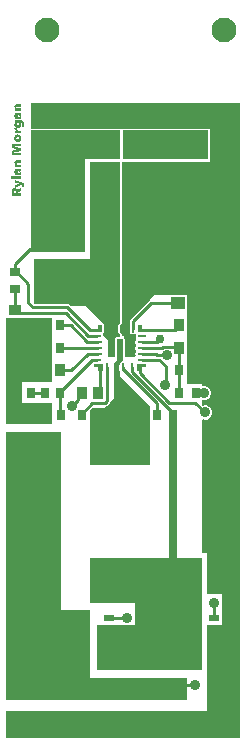
<source format=gbr>
%TF.GenerationSoftware,Altium Limited,Altium Designer,24.8.2 (39)*%
G04 Layer_Physical_Order=1*
G04 Layer_Color=255*
%FSLAX45Y45*%
%MOMM*%
%TF.SameCoordinates,E8BDA5DE-7BDE-4699-8ED0-D138E9546F0F*%
%TF.FilePolarity,Positive*%
%TF.FileFunction,Copper,L1,Top,Signal*%
%TF.Part,Single*%
G01*
G75*
%TA.AperFunction,SMDPad,CuDef*%
%ADD10C,0.25875*%
%ADD11C,0.28969*%
%ADD12C,0.33231*%
%ADD13C,0.30637*%
G04:AMPARAMS|DCode=14|XSize=0.375mm|YSize=1.425mm|CornerRadius=0.05062mm|HoleSize=0mm|Usage=FLASHONLY|Rotation=180.000|XOffset=0mm|YOffset=0mm|HoleType=Round|Shape=RoundedRectangle|*
%AMROUNDEDRECTD14*
21,1,0.37500,1.32375,0,0,180.0*
21,1,0.27375,1.42500,0,0,180.0*
1,1,0.10125,-0.13688,0.66188*
1,1,0.10125,0.13688,0.66188*
1,1,0.10125,0.13688,-0.66188*
1,1,0.10125,-0.13688,-0.66188*
%
%ADD14ROUNDEDRECTD14*%
G04:AMPARAMS|DCode=15|XSize=0.25mm|YSize=0.6mm|CornerRadius=0.05mm|HoleSize=0mm|Usage=FLASHONLY|Rotation=180.000|XOffset=0mm|YOffset=0mm|HoleType=Round|Shape=RoundedRectangle|*
%AMROUNDEDRECTD15*
21,1,0.25000,0.50000,0,0,180.0*
21,1,0.15000,0.60000,0,0,180.0*
1,1,0.10000,-0.07500,0.25000*
1,1,0.10000,0.07500,0.25000*
1,1,0.10000,0.07500,-0.25000*
1,1,0.10000,-0.07500,-0.25000*
%
%ADD15ROUNDEDRECTD15*%
G04:AMPARAMS|DCode=16|XSize=0.25mm|YSize=0.675mm|CornerRadius=0.05mm|HoleSize=0mm|Usage=FLASHONLY|Rotation=180.000|XOffset=0mm|YOffset=0mm|HoleType=Round|Shape=RoundedRectangle|*
%AMROUNDEDRECTD16*
21,1,0.25000,0.57500,0,0,180.0*
21,1,0.15000,0.67500,0,0,180.0*
1,1,0.10000,-0.07500,0.28750*
1,1,0.10000,0.07500,0.28750*
1,1,0.10000,0.07500,-0.28750*
1,1,0.10000,-0.07500,-0.28750*
%
%ADD16ROUNDEDRECTD16*%
G04:AMPARAMS|DCode=17|XSize=0.25mm|YSize=0.625mm|CornerRadius=0.05mm|HoleSize=0mm|Usage=FLASHONLY|Rotation=180.000|XOffset=0mm|YOffset=0mm|HoleType=Round|Shape=RoundedRectangle|*
%AMROUNDEDRECTD17*
21,1,0.25000,0.52500,0,0,180.0*
21,1,0.15000,0.62500,0,0,180.0*
1,1,0.10000,-0.07500,0.26250*
1,1,0.10000,0.07500,0.26250*
1,1,0.10000,0.07500,-0.26250*
1,1,0.10000,-0.07500,-0.26250*
%
%ADD17ROUNDEDRECTD17*%
G04:AMPARAMS|DCode=18|XSize=0.725mm|YSize=0.25mm|CornerRadius=0.05mm|HoleSize=0mm|Usage=FLASHONLY|Rotation=180.000|XOffset=0mm|YOffset=0mm|HoleType=Round|Shape=RoundedRectangle|*
%AMROUNDEDRECTD18*
21,1,0.72500,0.15000,0,0,180.0*
21,1,0.62500,0.25000,0,0,180.0*
1,1,0.10000,-0.31250,0.07500*
1,1,0.10000,0.31250,0.07500*
1,1,0.10000,0.31250,-0.07500*
1,1,0.10000,-0.31250,-0.07500*
%
%ADD18ROUNDEDRECTD18*%
G04:AMPARAMS|DCode=19|XSize=0.6mm|YSize=0.25mm|CornerRadius=0.05mm|HoleSize=0mm|Usage=FLASHONLY|Rotation=180.000|XOffset=0mm|YOffset=0mm|HoleType=Round|Shape=RoundedRectangle|*
%AMROUNDEDRECTD19*
21,1,0.60000,0.15000,0,0,180.0*
21,1,0.50000,0.25000,0,0,180.0*
1,1,0.10000,-0.25000,0.07500*
1,1,0.10000,0.25000,0.07500*
1,1,0.10000,0.25000,-0.07500*
1,1,0.10000,-0.25000,-0.07500*
%
%ADD19ROUNDEDRECTD19*%
%ADD20R,0.80000X0.95000*%
%TA.AperFunction,ConnectorPad*%
%ADD21R,1.05000X0.90000*%
%TA.AperFunction,SMDPad,SMDef*%
%ADD22R,4.55000X4.41000*%
%TA.AperFunction,SMDPad,CuDef*%
%ADD23R,0.85000X0.50000*%
%ADD24R,1.10000X2.05000*%
%ADD25R,1.15000X1.05000*%
%ADD26R,0.95000X1.05000*%
%ADD27R,2.05000X1.10000*%
%ADD28R,0.66040X0.96520*%
%ADD29R,0.96520X0.66040*%
%ADD30R,0.90000X1.00000*%
%ADD31R,0.70000X0.85000*%
%ADD32R,0.90000X1.05000*%
%ADD33R,4.00000X3.10000*%
%ADD34R,4.95300X3.22600*%
%ADD35C,0.76200*%
%TA.AperFunction,Conductor*%
%ADD36C,0.25400*%
%ADD37C,0.63500*%
%TA.AperFunction,ComponentPad*%
%ADD38C,1.56000*%
%ADD39C,2.10000*%
%TA.AperFunction,ViaPad*%
%ADD40C,1.52400*%
%ADD41C,0.63500*%
%ADD42C,0.88900*%
G36*
X3352800Y8140700D02*
X2628900D01*
Y8382000D01*
X3352800D01*
Y8140700D01*
D02*
G37*
G36*
X2603500D02*
X2311400D01*
Y8115300D01*
Y7353300D01*
X1854200D01*
Y8115300D01*
Y8382000D01*
X2603500D01*
Y8140700D01*
D02*
G37*
G36*
X2783500Y6735400D02*
X2784494D01*
X2786332Y6734639D01*
X2787739Y6733232D01*
X2788500Y6731394D01*
Y6730400D01*
X2788500Y6730400D01*
Y6700400D01*
X2818500Y6700400D01*
X2819494D01*
X2821332Y6699639D01*
X2822739Y6698232D01*
X2823500Y6696394D01*
Y6695400D01*
X2823500Y6695400D01*
X2823500Y6682900D01*
X2823500Y6681905D01*
X2822739Y6680068D01*
X2821332Y6678661D01*
X2819494Y6677900D01*
X2818500Y6677900D01*
X2758500D01*
X2757505Y6677900D01*
X2755668Y6678661D01*
X2754261Y6680068D01*
X2753500Y6681905D01*
X2753500Y6682900D01*
Y6682900D01*
Y6730400D01*
X2753500Y6731394D01*
X2754261Y6733232D01*
X2755668Y6734639D01*
X2757505Y6735400D01*
X2758500Y6735400D01*
Y6735400D01*
X2783500Y6735400D01*
D02*
G37*
G36*
X2451332Y6734639D02*
X2452739Y6733232D01*
X2453500Y6731394D01*
X2453500Y6730400D01*
X2453500Y6682900D01*
X2453500D01*
X2453500Y6681905D01*
X2452739Y6680067D01*
X2451332Y6678661D01*
X2449494Y6677900D01*
X2448500Y6677900D01*
X2388500Y6677900D01*
Y6677900D01*
X2387505D01*
X2385668Y6678661D01*
X2384261Y6680068D01*
X2383500Y6681905D01*
X2383500Y6682900D01*
X2383500Y6695400D01*
X2383500Y6695400D01*
Y6696394D01*
X2384261Y6698232D01*
X2385668Y6699639D01*
X2387506Y6700400D01*
X2388500D01*
X2418500Y6700400D01*
Y6730400D01*
Y6731394D01*
X2419261Y6733232D01*
X2420668Y6734639D01*
X2422505Y6735400D01*
X2423500D01*
X2448500Y6735400D01*
X2448500Y6735400D01*
X2449494Y6735400D01*
X2451332Y6734639D01*
D02*
G37*
G36*
X2603500Y6750142D02*
X2600603Y6749566D01*
X2593908Y6745092D01*
X2589434Y6738397D01*
X2587864Y6730500D01*
Y6678000D01*
X2589434Y6670103D01*
X2593908Y6663408D01*
X2600603Y6658934D01*
X2603500Y6658358D01*
Y6633196D01*
X2578100D01*
X2566436Y6628364D01*
X2561604Y6616700D01*
Y6477000D01*
Y6464300D01*
X2501900D01*
Y6604000D01*
X2463800Y6642100D01*
Y6667800D01*
X2464402Y6668402D01*
X2465165Y6670243D01*
X2465167Y6670244D01*
X2465661Y6671437D01*
X2467979Y6673755D01*
X2468740Y6675593D01*
X2468740Y6678873D01*
X2469235Y6680066D01*
X2469234Y6680068D01*
X2469996Y6681910D01*
X2469996Y6682900D01*
X2469996Y6682900D01*
X2469996Y6730395D01*
X2469996Y6731390D01*
X2469234Y6733231D01*
X2469235Y6733232D01*
X2468740Y6734426D01*
Y6737707D01*
X2467979Y6739545D01*
X2465661Y6741863D01*
X2465167Y6743056D01*
X2465165Y6743057D01*
X2464403Y6744896D01*
X2462996Y6746303D01*
X2461157Y6747065D01*
X2461156Y6747067D01*
X2459963Y6747561D01*
X2457645Y6749879D01*
X2457604Y6749896D01*
X2311400Y6896100D01*
X2186587D01*
X2179144Y6903544D01*
X2169902Y6909719D01*
X2159000Y6911888D01*
X2158999Y6911887D01*
X1879600D01*
Y7289800D01*
X2349500D01*
Y8115300D01*
X2603500D01*
Y6750142D01*
D02*
G37*
G36*
X2458833Y6402239D02*
X2460239Y6400832D01*
X2461000Y6398995D01*
X2461000Y6398000D01*
X2461000Y6350500D01*
X2461000Y6350500D01*
Y6349505D01*
X2460238Y6347668D01*
X2458832Y6346261D01*
X2456994Y6345500D01*
X2456000D01*
X2426000Y6345500D01*
Y6345500D01*
X2425006D01*
X2423168Y6346261D01*
X2421761Y6347668D01*
X2421000Y6349505D01*
Y6350500D01*
X2421000Y6380500D01*
X2387506D01*
X2385668Y6381261D01*
X2384261Y6382668D01*
X2383500Y6384505D01*
Y6385500D01*
X2383500Y6398000D01*
X2383500D01*
X2383500Y6398994D01*
X2384261Y6400832D01*
X2385668Y6402239D01*
X2387505Y6403000D01*
X2388500Y6403000D01*
X2456000Y6403000D01*
Y6403000D01*
X2456995Y6403000D01*
X2458833Y6402239D01*
D02*
G37*
G36*
X2821332D02*
X2822739Y6400832D01*
X2823500Y6398995D01*
X2823500Y6398000D01*
X2823500D01*
X2823500Y6385500D01*
Y6384505D01*
X2822739Y6382668D01*
X2821332Y6381261D01*
X2819494Y6380500D01*
X2786000D01*
X2786000Y6350500D01*
Y6349505D01*
X2785239Y6347668D01*
X2783832Y6346261D01*
X2781994Y6345500D01*
X2781000D01*
X2781000Y6345500D01*
X2751000D01*
X2750005Y6345500D01*
X2748167Y6346261D01*
X2746761Y6347668D01*
X2746000Y6349505D01*
X2746000Y6350500D01*
X2746000Y6350500D01*
Y6398000D01*
X2746000Y6398994D01*
X2746761Y6400832D01*
X2748168Y6402239D01*
X2750005Y6403000D01*
X2751000Y6403000D01*
X2751000Y6403000D01*
X2818500D01*
X2819494Y6403000D01*
X2821332Y6402239D01*
D02*
G37*
G36*
X3619500Y8115300D02*
Y5016500D01*
Y4191000D01*
Y3238500D01*
X1638300D01*
Y3467100D01*
X3340100D01*
Y4191000D01*
X3467100D01*
Y4457700D01*
X3340100D01*
Y4800600D01*
X3302000D01*
Y5016500D01*
Y5928883D01*
X3312560Y5935939D01*
X3315527Y5934710D01*
X3339273D01*
X3361212Y5943797D01*
X3378003Y5960588D01*
X3387090Y5982527D01*
Y6006273D01*
X3378003Y6028212D01*
X3361212Y6045003D01*
X3339273Y6054090D01*
X3315527D01*
X3311530Y6052434D01*
X3302000Y6060275D01*
Y6099257D01*
X3302827Y6099810D01*
X3326573D01*
X3348512Y6108897D01*
X3365303Y6125688D01*
X3374390Y6147627D01*
Y6171373D01*
X3365303Y6193312D01*
X3348512Y6210103D01*
X3326573Y6219190D01*
X3302827D01*
X3302000Y6219743D01*
Y6235700D01*
X3175000D01*
Y6985000D01*
X3165240D01*
Y6989240D01*
X3019760D01*
Y6985000D01*
X2895600D01*
X2856648Y6946048D01*
X2850056Y6941644D01*
X2850056Y6941643D01*
X2696056Y6787644D01*
X2689881Y6778401D01*
X2687712Y6767500D01*
X2687712Y6767499D01*
Y6705256D01*
X2687512Y6704250D01*
X2687864Y6702484D01*
Y6678000D01*
X2689434Y6670103D01*
X2692400Y6665664D01*
Y6654800D01*
X2743200D01*
Y6613790D01*
X2741408Y6612592D01*
X2736934Y6605897D01*
X2735364Y6598000D01*
Y6583000D01*
X2736934Y6575103D01*
X2737286Y6574577D01*
X2740408Y6565500D01*
X2737286Y6556423D01*
X2736934Y6555897D01*
X2735364Y6548000D01*
Y6533000D01*
X2736934Y6525103D01*
X2737286Y6524577D01*
X2740408Y6515500D01*
X2737286Y6506423D01*
X2736934Y6505897D01*
X2735364Y6498000D01*
Y6483000D01*
X2736557Y6477000D01*
X2734124Y6471334D01*
X2728878Y6464300D01*
X2645396D01*
Y6616700D01*
X2641600Y6625864D01*
Y6642100D01*
X2619996D01*
Y6658358D01*
X2618154Y6662805D01*
X2617215Y6667523D01*
X2615811Y6668462D01*
X2615164Y6670022D01*
X2610718Y6671864D01*
X2609950Y6672378D01*
X2609767Y6672650D01*
X2605801Y6675301D01*
X2604973Y6676539D01*
X2604360Y6679624D01*
Y6728876D01*
X2604973Y6731961D01*
X2605801Y6733199D01*
X2609767Y6735850D01*
X2609949Y6736122D01*
X2610719Y6736636D01*
X2615164Y6738478D01*
X2615811Y6740038D01*
X2617215Y6740977D01*
X2618154Y6745696D01*
X2619996Y6750142D01*
Y8115300D01*
X3365500D01*
Y8131536D01*
X3369296Y8140700D01*
Y8382000D01*
X3365500Y8391164D01*
Y8394700D01*
X3361964D01*
X3352800Y8398496D01*
X2628900D01*
X2619736Y8394700D01*
X2612664D01*
X2603500Y8398496D01*
X1854200D01*
Y8610600D01*
X3619500D01*
Y8115300D01*
D02*
G37*
G36*
X2032000Y6248400D02*
X1778000D01*
Y6070600D01*
X2032000D01*
Y5892800D01*
X1638300D01*
Y6794500D01*
X2032000D01*
Y6248400D01*
D02*
G37*
G36*
X2628900Y6438900D02*
X2603500Y6413500D01*
Y6410741D01*
X2601934Y6408397D01*
X2600364Y6400500D01*
Y6377265D01*
X2600013Y6375500D01*
Y6358401D01*
X2600012Y6358400D01*
X2600364Y6356634D01*
Y6350500D01*
X2601934Y6342603D01*
X2603500Y6340259D01*
Y6299200D01*
X2857500Y6045200D01*
Y5549900D01*
X2349500D01*
Y6013803D01*
X2368197Y6032500D01*
X2476500D01*
X2490052Y6046052D01*
X2496644Y6050456D01*
X2518643Y6072456D01*
X2518644Y6072456D01*
X2523048Y6079048D01*
X2552700Y6108700D01*
Y6413500D01*
X2578100Y6438900D01*
Y6477000D01*
Y6616700D01*
X2628900D01*
Y6438900D01*
D02*
G37*
G36*
X3302000Y3810000D02*
X2413000D01*
Y4191000D01*
X2730500D01*
Y4381500D01*
X2349500D01*
X2349500Y4762500D01*
X3302000D01*
Y3810000D01*
D02*
G37*
G36*
X2108200Y4318000D02*
X2349500D01*
Y3746500D01*
X3175000D01*
Y3556000D01*
X1638300D01*
Y5829300D01*
X2108200D01*
Y4318000D01*
D02*
G37*
G36*
X1768782Y8581742D02*
X1737684D01*
X1737613D01*
X1737473D01*
X1737191D01*
X1736839D01*
X1736347Y8581671D01*
X1735854D01*
X1734729Y8581530D01*
X1733462Y8581319D01*
X1732196Y8581038D01*
X1731000Y8580686D01*
X1730507Y8580405D01*
X1730015Y8580123D01*
X1729944Y8580053D01*
X1729663Y8579842D01*
X1729311Y8579420D01*
X1728818Y8578857D01*
X1728396Y8578153D01*
X1728045Y8577309D01*
X1727763Y8576254D01*
X1727693Y8574987D01*
Y8574846D01*
X1727763Y8574495D01*
X1727833Y8573932D01*
X1727974Y8573228D01*
X1728326Y8572454D01*
X1728748Y8571680D01*
X1729311Y8570906D01*
X1730155Y8570203D01*
X1730296Y8570132D01*
X1730577Y8569921D01*
X1731140Y8569640D01*
X1731844Y8569359D01*
X1732688Y8569077D01*
X1733744Y8568796D01*
X1734940Y8568585D01*
X1736276Y8568514D01*
X1768782D01*
Y8544733D01*
X1711651D01*
Y8568514D01*
X1720587D01*
Y8568725D01*
X1720516D01*
X1720376Y8568866D01*
X1720094Y8569007D01*
X1719813Y8569218D01*
X1719391Y8569499D01*
X1718898Y8569851D01*
X1717843Y8570766D01*
X1716576Y8571821D01*
X1715310Y8573088D01*
X1714114Y8574635D01*
X1712988Y8576324D01*
Y8576394D01*
X1712847Y8576535D01*
X1712707Y8576816D01*
X1712566Y8577168D01*
X1712355Y8577590D01*
X1712144Y8578153D01*
X1711862Y8578716D01*
X1711581Y8579420D01*
X1711088Y8580968D01*
X1710666Y8582727D01*
X1710385Y8584697D01*
X1710244Y8586737D01*
Y8587229D01*
X1710314Y8587581D01*
Y8588003D01*
X1710385Y8588496D01*
X1710596Y8589692D01*
X1710948Y8591099D01*
X1711510Y8592717D01*
X1712214Y8594406D01*
X1713199Y8596165D01*
X1713762Y8597009D01*
X1714465Y8597854D01*
X1715239Y8598768D01*
X1716013Y8599612D01*
X1716928Y8600386D01*
X1717913Y8601160D01*
X1719039Y8601934D01*
X1720235Y8602568D01*
X1721572Y8603201D01*
X1722979Y8603764D01*
X1724456Y8604326D01*
X1726145Y8604749D01*
X1727904Y8605030D01*
X1729804Y8605311D01*
X1731774Y8605452D01*
X1733955Y8605523D01*
X1768782D01*
Y8581742D01*
D02*
G37*
G36*
Y8512298D02*
X1760057D01*
Y8512017D01*
X1760198Y8511946D01*
X1760480Y8511735D01*
X1760972Y8511454D01*
X1761605Y8510961D01*
X1762379Y8510328D01*
X1763294Y8509625D01*
X1764209Y8508780D01*
X1765123Y8507725D01*
X1766038Y8506599D01*
X1766953Y8505333D01*
X1767867Y8503855D01*
X1768571Y8502307D01*
X1769274Y8500619D01*
X1769767Y8498789D01*
X1770048Y8496749D01*
X1770189Y8494638D01*
Y8493864D01*
X1770119Y8493302D01*
X1770048Y8492598D01*
X1769908Y8491824D01*
X1769767Y8490980D01*
X1769556Y8489995D01*
X1768993Y8488025D01*
X1768641Y8486969D01*
X1768149Y8485914D01*
X1767586Y8484859D01*
X1766953Y8483803D01*
X1766249Y8482889D01*
X1765405Y8481974D01*
X1765334Y8481904D01*
X1765194Y8481763D01*
X1764912Y8481552D01*
X1764560Y8481270D01*
X1764068Y8480919D01*
X1763435Y8480567D01*
X1762801Y8480145D01*
X1762027Y8479722D01*
X1761113Y8479300D01*
X1760198Y8478878D01*
X1759143Y8478526D01*
X1757947Y8478175D01*
X1756751Y8477893D01*
X1755484Y8477682D01*
X1754077Y8477541D01*
X1752599Y8477471D01*
X1752529D01*
X1752388D01*
X1752177D01*
X1751896Y8477541D01*
X1751474D01*
X1751052Y8477612D01*
X1749926Y8477823D01*
X1748589Y8478104D01*
X1747112Y8478526D01*
X1745564Y8479230D01*
X1743875Y8480074D01*
X1742116Y8481130D01*
X1741272Y8481763D01*
X1740428Y8482537D01*
X1739654Y8483311D01*
X1738809Y8484155D01*
X1738035Y8485140D01*
X1737261Y8486195D01*
X1736558Y8487321D01*
X1735925Y8488517D01*
X1735291Y8489854D01*
X1734729Y8491261D01*
X1734236Y8492809D01*
X1733744Y8494427D01*
X1733392Y8496186D01*
X1733110Y8498086D01*
X1731211Y8512298D01*
X1731070D01*
X1730718Y8512228D01*
X1730226Y8512157D01*
X1729592Y8512017D01*
X1728889Y8511665D01*
X1728115Y8511243D01*
X1727341Y8510610D01*
X1726637Y8509765D01*
X1726567Y8509625D01*
X1726356Y8509273D01*
X1726075Y8508710D01*
X1725723Y8508006D01*
X1725371Y8507021D01*
X1725090Y8505825D01*
X1724878Y8504488D01*
X1724808Y8503011D01*
Y8502026D01*
X1724878Y8501322D01*
X1724949Y8500478D01*
X1725090Y8499423D01*
X1725301Y8498227D01*
X1725512Y8496890D01*
X1725793Y8495412D01*
X1726145Y8493864D01*
X1726567Y8492246D01*
X1727130Y8490487D01*
X1727763Y8488658D01*
X1728467Y8486758D01*
X1729311Y8484788D01*
X1730296Y8482818D01*
X1714888D01*
Y8482889D01*
X1714817Y8483029D01*
X1714677Y8483311D01*
X1714536Y8483662D01*
X1714395Y8484085D01*
X1714184Y8484647D01*
X1713973Y8485281D01*
X1713692Y8485984D01*
X1713480Y8486758D01*
X1713199Y8487673D01*
X1712918Y8488588D01*
X1712636Y8489643D01*
X1712073Y8491894D01*
X1711581Y8494357D01*
Y8494427D01*
X1711510Y8494638D01*
X1711440Y8495060D01*
X1711370Y8495553D01*
X1711299Y8496116D01*
X1711159Y8496819D01*
X1711018Y8497593D01*
X1710877Y8498438D01*
X1710666Y8500337D01*
X1710455Y8502378D01*
X1710314Y8504348D01*
X1710244Y8506318D01*
Y8506951D01*
X1710314Y8507725D01*
Y8508710D01*
X1710455Y8509906D01*
X1710596Y8511243D01*
X1710736Y8512791D01*
X1711018Y8514409D01*
X1711370Y8516098D01*
X1711792Y8517856D01*
X1712284Y8519545D01*
X1712918Y8521304D01*
X1713621Y8522993D01*
X1714465Y8524540D01*
X1715380Y8526018D01*
X1716506Y8527355D01*
X1716576Y8527425D01*
X1716787Y8527636D01*
X1717139Y8527988D01*
X1717702Y8528410D01*
X1718406Y8528903D01*
X1719250Y8529466D01*
X1720235Y8530028D01*
X1721431Y8530662D01*
X1722768Y8531295D01*
X1724316Y8531858D01*
X1726004Y8532421D01*
X1727904Y8532913D01*
X1729944Y8533335D01*
X1732196Y8533687D01*
X1734658Y8533898D01*
X1737261Y8533968D01*
X1768782D01*
Y8512298D01*
D02*
G37*
G36*
X1761957Y8469098D02*
X1762379D01*
X1763505Y8469028D01*
X1764912Y8468887D01*
X1766530Y8468606D01*
X1768289Y8468324D01*
X1770189Y8467902D01*
X1772159Y8467339D01*
X1774270Y8466636D01*
X1776380Y8465792D01*
X1778491Y8464807D01*
X1780602Y8463610D01*
X1782642Y8462203D01*
X1784542Y8460585D01*
X1786371Y8458756D01*
X1786442Y8458615D01*
X1786793Y8458263D01*
X1787216Y8457700D01*
X1787778Y8456856D01*
X1788482Y8455730D01*
X1789256Y8454464D01*
X1790100Y8452916D01*
X1790945Y8451087D01*
X1791859Y8449117D01*
X1792704Y8446865D01*
X1793477Y8444332D01*
X1794111Y8441659D01*
X1794744Y8438704D01*
X1795166Y8435538D01*
X1795448Y8432160D01*
X1795588Y8428572D01*
Y8427165D01*
X1795518Y8426602D01*
Y8425969D01*
X1795448Y8425265D01*
X1795377Y8423717D01*
X1795236Y8421959D01*
X1795025Y8420059D01*
X1794744Y8418159D01*
Y8418089D01*
X1794674Y8417948D01*
Y8417667D01*
X1794603Y8417315D01*
X1794533Y8416963D01*
X1794392Y8416471D01*
X1794181Y8415415D01*
X1793900Y8414219D01*
X1793618Y8413023D01*
X1793196Y8411968D01*
X1792844Y8411053D01*
X1774199D01*
Y8411123D01*
X1774270Y8411194D01*
X1774410Y8411405D01*
X1774551Y8411686D01*
X1774973Y8412390D01*
X1775466Y8413445D01*
X1776029Y8414641D01*
X1776592Y8416048D01*
X1777154Y8417596D01*
X1777717Y8419355D01*
Y8419426D01*
X1777788Y8419566D01*
X1777858Y8419848D01*
X1777928Y8420200D01*
X1778069Y8420622D01*
X1778139Y8421114D01*
X1778421Y8422240D01*
X1778702Y8423577D01*
X1778913Y8425054D01*
X1779054Y8426532D01*
X1779124Y8427939D01*
Y8428713D01*
X1779054Y8429276D01*
X1778984Y8429909D01*
X1778913Y8430683D01*
X1778773Y8431598D01*
X1778632Y8432512D01*
X1778210Y8434553D01*
X1777506Y8436663D01*
X1777014Y8437719D01*
X1776521Y8438774D01*
X1775958Y8439759D01*
X1775255Y8440674D01*
X1775184Y8440744D01*
X1775044Y8440885D01*
X1774833Y8441096D01*
X1774551Y8441448D01*
X1774129Y8441799D01*
X1773707Y8442222D01*
X1773144Y8442644D01*
X1772511Y8443136D01*
X1771807Y8443558D01*
X1771104Y8443981D01*
X1769345Y8444755D01*
X1768360Y8445106D01*
X1767375Y8445317D01*
X1766249Y8445458D01*
X1765123Y8445528D01*
X1761605D01*
Y8445247D01*
X1761676D01*
X1761746Y8445106D01*
X1761957Y8444966D01*
X1762239Y8444755D01*
X1762942Y8444192D01*
X1763857Y8443418D01*
X1764842Y8442433D01*
X1765897Y8441237D01*
X1766953Y8439829D01*
X1767867Y8438211D01*
Y8438141D01*
X1767938Y8438000D01*
X1768078Y8437789D01*
X1768219Y8437437D01*
X1768430Y8437015D01*
X1768571Y8436523D01*
X1768782Y8435960D01*
X1768993Y8435327D01*
X1769485Y8433849D01*
X1769837Y8432231D01*
X1770119Y8430472D01*
X1770189Y8428572D01*
Y8428080D01*
X1770119Y8427517D01*
X1770048Y8426743D01*
X1769978Y8425828D01*
X1769767Y8424773D01*
X1769556Y8423577D01*
X1769204Y8422240D01*
X1768852Y8420903D01*
X1768289Y8419426D01*
X1767726Y8418018D01*
X1766953Y8416541D01*
X1766108Y8415134D01*
X1765053Y8413727D01*
X1763857Y8412390D01*
X1762520Y8411123D01*
X1762450Y8411053D01*
X1762168Y8410842D01*
X1761746Y8410561D01*
X1761113Y8410138D01*
X1760339Y8409646D01*
X1759354Y8409083D01*
X1758298Y8408520D01*
X1756962Y8407957D01*
X1755555Y8407324D01*
X1754007Y8406761D01*
X1752248Y8406198D01*
X1750348Y8405706D01*
X1748308Y8405284D01*
X1746127Y8405002D01*
X1743805Y8404791D01*
X1741342Y8404721D01*
X1741201D01*
X1740920D01*
X1740428D01*
X1739794Y8404791D01*
X1739020D01*
X1738035Y8404932D01*
X1736980Y8405002D01*
X1735854Y8405143D01*
X1734588Y8405284D01*
X1733321Y8405565D01*
X1730577Y8406128D01*
X1727763Y8406972D01*
X1726356Y8407465D01*
X1725019Y8408028D01*
X1724949Y8408098D01*
X1724738Y8408168D01*
X1724316Y8408379D01*
X1723823Y8408661D01*
X1723260Y8409013D01*
X1722557Y8409435D01*
X1721783Y8409927D01*
X1721009Y8410490D01*
X1719250Y8411827D01*
X1717420Y8413375D01*
X1715662Y8415275D01*
X1714888Y8416330D01*
X1714114Y8417385D01*
X1714043Y8417456D01*
X1713973Y8417667D01*
X1713762Y8418018D01*
X1713480Y8418441D01*
X1713199Y8419003D01*
X1712918Y8419637D01*
X1712566Y8420411D01*
X1712144Y8421255D01*
X1711792Y8422240D01*
X1711440Y8423225D01*
X1710877Y8425476D01*
X1710385Y8427939D01*
X1710314Y8429205D01*
X1710244Y8430542D01*
Y8430964D01*
X1710314Y8431457D01*
X1710385Y8432160D01*
X1710455Y8433005D01*
X1710596Y8433919D01*
X1710877Y8434975D01*
X1711159Y8436100D01*
X1711510Y8437226D01*
X1712003Y8438493D01*
X1712636Y8439689D01*
X1713340Y8440885D01*
X1714184Y8442081D01*
X1715169Y8443207D01*
X1716295Y8444262D01*
X1717561Y8445247D01*
Y8445528D01*
X1711651D01*
Y8469169D01*
X1760831D01*
X1760902D01*
X1761042D01*
X1761254D01*
X1761535D01*
X1761957Y8469098D01*
D02*
G37*
G36*
X1731985Y8400359D02*
X1731914Y8400148D01*
X1731774Y8399866D01*
X1731633Y8399444D01*
X1731492Y8398881D01*
X1731281Y8398248D01*
X1731140Y8397544D01*
X1730929Y8396700D01*
Y8396630D01*
X1730859Y8396348D01*
X1730718Y8395926D01*
X1730648Y8395363D01*
X1730437Y8394167D01*
X1730366Y8393534D01*
Y8392479D01*
X1730437Y8391916D01*
X1730577Y8391142D01*
X1730789Y8390227D01*
X1731070Y8389242D01*
X1731492Y8388187D01*
X1732055Y8387131D01*
X1732759Y8386006D01*
X1733673Y8384950D01*
X1734799Y8383965D01*
X1736136Y8383051D01*
X1737684Y8382277D01*
X1739513Y8381714D01*
X1740498Y8381503D01*
X1741624Y8381362D01*
X1742749Y8381292D01*
X1744016Y8381221D01*
X1768782D01*
Y8357440D01*
X1711651D01*
Y8381221D01*
X1721712D01*
Y8381432D01*
X1721642D01*
X1721501Y8381503D01*
X1721220Y8381643D01*
X1720798Y8381854D01*
X1720376Y8382066D01*
X1719883Y8382347D01*
X1718687Y8383051D01*
X1717350Y8383895D01*
X1716013Y8384950D01*
X1714677Y8386217D01*
X1713551Y8387624D01*
Y8387694D01*
X1713410Y8387835D01*
X1713269Y8388046D01*
X1713129Y8388327D01*
X1712847Y8388750D01*
X1712636Y8389172D01*
X1712355Y8389735D01*
X1712073Y8390297D01*
X1711581Y8391705D01*
X1711088Y8393252D01*
X1710807Y8395011D01*
X1710666Y8396981D01*
Y8397685D01*
X1710736Y8398178D01*
X1710948Y8399303D01*
X1711370Y8400429D01*
X1731985D01*
Y8400359D01*
D02*
G37*
G36*
X1740639Y8348575D02*
X1741624Y8348505D01*
X1742820Y8348364D01*
X1744227Y8348153D01*
X1745845Y8347942D01*
X1747534Y8347520D01*
X1749293Y8347098D01*
X1751122Y8346535D01*
X1753022Y8345761D01*
X1754921Y8344917D01*
X1756821Y8343931D01*
X1758580Y8342735D01*
X1760339Y8341399D01*
X1761957Y8339851D01*
X1762027Y8339780D01*
X1762309Y8339429D01*
X1762731Y8338936D01*
X1763224Y8338232D01*
X1763857Y8337318D01*
X1764560Y8336262D01*
X1765334Y8334996D01*
X1766038Y8333519D01*
X1766812Y8331900D01*
X1767586Y8330071D01*
X1768289Y8328031D01*
X1768923Y8325849D01*
X1769415Y8323528D01*
X1769837Y8320995D01*
X1770119Y8318321D01*
X1770189Y8315437D01*
Y8314381D01*
X1770119Y8313959D01*
X1770048Y8312833D01*
X1769908Y8311567D01*
X1769767Y8310019D01*
X1769485Y8308330D01*
X1769204Y8306571D01*
X1768782Y8304601D01*
X1768219Y8302631D01*
X1767586Y8300661D01*
X1766812Y8298621D01*
X1765897Y8296651D01*
X1764842Y8294681D01*
X1763575Y8292852D01*
X1762168Y8291163D01*
X1762098Y8291093D01*
X1761816Y8290811D01*
X1761324Y8290389D01*
X1760691Y8289826D01*
X1759846Y8289193D01*
X1758861Y8288419D01*
X1757665Y8287645D01*
X1756328Y8286871D01*
X1754851Y8286027D01*
X1753162Y8285253D01*
X1751333Y8284549D01*
X1749363Y8283846D01*
X1747252Y8283283D01*
X1744930Y8282861D01*
X1742538Y8282579D01*
X1739935Y8282509D01*
X1739794D01*
X1739513D01*
X1739020D01*
X1738387Y8282579D01*
X1737613Y8282650D01*
X1736699Y8282720D01*
X1735643Y8282861D01*
X1734517Y8283001D01*
X1733321Y8283213D01*
X1732055Y8283494D01*
X1730718Y8283846D01*
X1729381Y8284198D01*
X1728045Y8284690D01*
X1726708Y8285183D01*
X1725371Y8285816D01*
X1724105Y8286519D01*
X1724034Y8286590D01*
X1723823Y8286730D01*
X1723471Y8286942D01*
X1722979Y8287293D01*
X1722416Y8287715D01*
X1721783Y8288208D01*
X1721079Y8288841D01*
X1720305Y8289474D01*
X1719531Y8290248D01*
X1718687Y8291163D01*
X1717772Y8292078D01*
X1716928Y8293133D01*
X1716084Y8294259D01*
X1715310Y8295455D01*
X1714536Y8296792D01*
X1713832Y8298128D01*
X1713762Y8298199D01*
X1713692Y8298480D01*
X1713480Y8298902D01*
X1713269Y8299465D01*
X1712988Y8300169D01*
X1712707Y8301083D01*
X1712355Y8302068D01*
X1712003Y8303194D01*
X1711721Y8304390D01*
X1711370Y8305727D01*
X1711088Y8307134D01*
X1710807Y8308682D01*
X1710596Y8310300D01*
X1710385Y8311989D01*
X1710314Y8313748D01*
X1710244Y8315577D01*
Y8316562D01*
X1710314Y8317266D01*
X1710385Y8318180D01*
X1710455Y8319165D01*
X1710525Y8320291D01*
X1710736Y8321558D01*
X1710948Y8322894D01*
X1711159Y8324302D01*
X1711862Y8327257D01*
X1712284Y8328805D01*
X1712777Y8330282D01*
X1713340Y8331760D01*
X1714043Y8333167D01*
X1714114Y8333237D01*
X1714184Y8333519D01*
X1714395Y8333870D01*
X1714747Y8334363D01*
X1715099Y8334996D01*
X1715591Y8335770D01*
X1716084Y8336544D01*
X1716717Y8337388D01*
X1717420Y8338303D01*
X1718194Y8339218D01*
X1719109Y8340203D01*
X1720024Y8341188D01*
X1721009Y8342102D01*
X1722064Y8343017D01*
X1723260Y8343861D01*
X1724456Y8344635D01*
X1724527Y8344705D01*
X1724738Y8344776D01*
X1725090Y8344987D01*
X1725582Y8345268D01*
X1726215Y8345550D01*
X1726989Y8345902D01*
X1727833Y8346253D01*
X1728748Y8346675D01*
X1729804Y8347027D01*
X1731000Y8347379D01*
X1732196Y8347731D01*
X1733462Y8348012D01*
X1734869Y8348294D01*
X1736276Y8348505D01*
X1737684Y8348575D01*
X1739231Y8348645D01*
X1739302D01*
X1739372D01*
X1739583D01*
X1739865D01*
X1740639Y8348575D01*
D02*
G37*
G36*
X1768782Y8247682D02*
X1724949D01*
X1724878D01*
X1724667D01*
X1724316D01*
X1723893D01*
X1723260D01*
X1722627D01*
X1721783D01*
X1720938Y8247752D01*
X1719953D01*
X1718898D01*
X1717772Y8247822D01*
X1716576D01*
X1714043Y8247893D01*
X1711370Y8248034D01*
X1707641Y8248174D01*
Y8247541D01*
X1707711D01*
X1708063Y8247471D01*
X1708555Y8247400D01*
X1709189Y8247260D01*
X1709963Y8247119D01*
X1710807Y8246908D01*
X1711792Y8246767D01*
X1712777Y8246556D01*
X1714958Y8246134D01*
X1717139Y8245641D01*
X1718124Y8245430D01*
X1719109Y8245219D01*
X1719953Y8245008D01*
X1720727Y8244797D01*
X1768782Y8233047D01*
Y8210392D01*
X1721290Y8198079D01*
X1721220D01*
X1721079Y8198009D01*
X1720798Y8197939D01*
X1720516Y8197868D01*
X1720094Y8197798D01*
X1719602Y8197728D01*
X1718898Y8197587D01*
X1718124Y8197446D01*
X1717209Y8197235D01*
X1716084Y8197024D01*
X1714817Y8196743D01*
X1713340Y8196531D01*
X1711651Y8196180D01*
X1709751Y8195828D01*
X1707641Y8195476D01*
Y8194773D01*
X1707711D01*
X1707852D01*
X1708133D01*
X1708485Y8194843D01*
X1708907D01*
X1709400D01*
X1709963Y8194913D01*
X1710666D01*
X1712144Y8194984D01*
X1713832Y8195054D01*
X1715662Y8195124D01*
X1717632Y8195195D01*
X1721642Y8195335D01*
X1723612Y8195406D01*
X1725512Y8195476D01*
X1727200Y8195546D01*
X1728748Y8195617D01*
X1729452D01*
X1730085D01*
X1730648D01*
X1731140D01*
X1768782D01*
Y8174439D01*
X1688785D01*
Y8210533D01*
X1732266Y8221509D01*
X1732336D01*
X1732547Y8221579D01*
X1732899Y8221649D01*
X1733462Y8221790D01*
X1734166Y8221931D01*
X1735151Y8222071D01*
X1736347Y8222283D01*
X1737754Y8222494D01*
X1737824D01*
X1737965D01*
X1738176Y8222564D01*
X1738458Y8222634D01*
X1739161Y8222705D01*
X1740076Y8222845D01*
X1741061Y8222986D01*
X1742116Y8223127D01*
X1743101Y8223268D01*
X1744016Y8223338D01*
Y8223690D01*
X1743945D01*
X1743805D01*
X1743523Y8223760D01*
X1743101Y8223830D01*
X1742609D01*
X1742046Y8223971D01*
X1741342Y8224041D01*
X1740639Y8224112D01*
X1739794Y8224253D01*
X1738880Y8224393D01*
X1737895Y8224534D01*
X1736839Y8224745D01*
X1734517Y8225097D01*
X1732055Y8225589D01*
X1688785Y8235862D01*
Y8271463D01*
X1768782D01*
Y8247682D01*
D02*
G37*
G36*
Y8105981D02*
X1737684D01*
X1737613D01*
X1737473D01*
X1737191D01*
X1736839D01*
X1736347Y8105910D01*
X1735854D01*
X1734729Y8105770D01*
X1733462Y8105559D01*
X1732196Y8105277D01*
X1731000Y8104925D01*
X1730507Y8104644D01*
X1730015Y8104363D01*
X1729944Y8104292D01*
X1729663Y8104081D01*
X1729311Y8103659D01*
X1728818Y8103096D01*
X1728396Y8102392D01*
X1728045Y8101548D01*
X1727763Y8100493D01*
X1727693Y8099226D01*
Y8099086D01*
X1727763Y8098734D01*
X1727833Y8098171D01*
X1727974Y8097467D01*
X1728326Y8096693D01*
X1728748Y8095920D01*
X1729311Y8095146D01*
X1730155Y8094442D01*
X1730296Y8094372D01*
X1730577Y8094161D01*
X1731140Y8093879D01*
X1731844Y8093598D01*
X1732688Y8093316D01*
X1733744Y8093035D01*
X1734940Y8092824D01*
X1736276Y8092753D01*
X1768782D01*
Y8068972D01*
X1711651D01*
Y8092753D01*
X1720587D01*
Y8092965D01*
X1720516D01*
X1720376Y8093105D01*
X1720094Y8093246D01*
X1719813Y8093457D01*
X1719391Y8093738D01*
X1718898Y8094090D01*
X1717843Y8095005D01*
X1716576Y8096060D01*
X1715310Y8097327D01*
X1714114Y8098875D01*
X1712988Y8100563D01*
Y8100634D01*
X1712847Y8100774D01*
X1712707Y8101056D01*
X1712566Y8101407D01*
X1712355Y8101830D01*
X1712144Y8102392D01*
X1711862Y8102955D01*
X1711581Y8103659D01*
X1711088Y8105207D01*
X1710666Y8106966D01*
X1710385Y8108936D01*
X1710244Y8110976D01*
Y8111469D01*
X1710314Y8111820D01*
Y8112243D01*
X1710385Y8112735D01*
X1710596Y8113931D01*
X1710948Y8115338D01*
X1711510Y8116957D01*
X1712214Y8118645D01*
X1713199Y8120404D01*
X1713762Y8121248D01*
X1714465Y8122093D01*
X1715239Y8123007D01*
X1716013Y8123852D01*
X1716928Y8124626D01*
X1717913Y8125400D01*
X1719039Y8126173D01*
X1720235Y8126807D01*
X1721572Y8127440D01*
X1722979Y8128003D01*
X1724456Y8128566D01*
X1726145Y8128988D01*
X1727904Y8129269D01*
X1729804Y8129551D01*
X1731774Y8129691D01*
X1733955Y8129762D01*
X1768782D01*
Y8105981D01*
D02*
G37*
G36*
Y8036537D02*
X1760057D01*
Y8036256D01*
X1760198Y8036186D01*
X1760480Y8035975D01*
X1760972Y8035693D01*
X1761605Y8035201D01*
X1762379Y8034567D01*
X1763294Y8033864D01*
X1764209Y8033019D01*
X1765123Y8031964D01*
X1766038Y8030838D01*
X1766953Y8029572D01*
X1767867Y8028094D01*
X1768571Y8026547D01*
X1769274Y8024858D01*
X1769767Y8023029D01*
X1770048Y8020988D01*
X1770189Y8018878D01*
Y8018104D01*
X1770119Y8017541D01*
X1770048Y8016837D01*
X1769908Y8016063D01*
X1769767Y8015219D01*
X1769556Y8014234D01*
X1768993Y8012264D01*
X1768641Y8011209D01*
X1768149Y8010153D01*
X1767586Y8009098D01*
X1766953Y8008042D01*
X1766249Y8007128D01*
X1765405Y8006213D01*
X1765334Y8006143D01*
X1765194Y8006002D01*
X1764912Y8005791D01*
X1764560Y8005510D01*
X1764068Y8005158D01*
X1763435Y8004806D01*
X1762801Y8004384D01*
X1762027Y8003962D01*
X1761113Y8003539D01*
X1760198Y8003117D01*
X1759143Y8002766D01*
X1757947Y8002414D01*
X1756751Y8002132D01*
X1755484Y8001921D01*
X1754077Y8001781D01*
X1752599Y8001710D01*
X1752529D01*
X1752388D01*
X1752177D01*
X1751896Y8001781D01*
X1751474D01*
X1751052Y8001851D01*
X1749926Y8002062D01*
X1748589Y8002343D01*
X1747112Y8002766D01*
X1745564Y8003469D01*
X1743875Y8004313D01*
X1742116Y8005369D01*
X1741272Y8006002D01*
X1740428Y8006776D01*
X1739654Y8007550D01*
X1738809Y8008394D01*
X1738035Y8009379D01*
X1737261Y8010435D01*
X1736558Y8011560D01*
X1735925Y8012756D01*
X1735291Y8014093D01*
X1734729Y8015500D01*
X1734236Y8017048D01*
X1733744Y8018666D01*
X1733392Y8020425D01*
X1733110Y8022325D01*
X1731211Y8036537D01*
X1731070D01*
X1730718Y8036467D01*
X1730226Y8036397D01*
X1729592Y8036256D01*
X1728889Y8035904D01*
X1728115Y8035482D01*
X1727341Y8034849D01*
X1726637Y8034005D01*
X1726567Y8033864D01*
X1726356Y8033512D01*
X1726075Y8032949D01*
X1725723Y8032246D01*
X1725371Y8031261D01*
X1725090Y8030064D01*
X1724878Y8028728D01*
X1724808Y8027250D01*
Y8026265D01*
X1724878Y8025562D01*
X1724949Y8024717D01*
X1725090Y8023662D01*
X1725301Y8022466D01*
X1725512Y8021129D01*
X1725793Y8019651D01*
X1726145Y8018104D01*
X1726567Y8016485D01*
X1727130Y8014726D01*
X1727763Y8012897D01*
X1728467Y8010997D01*
X1729311Y8009027D01*
X1730296Y8007057D01*
X1714888D01*
Y8007128D01*
X1714817Y8007268D01*
X1714677Y8007550D01*
X1714536Y8007902D01*
X1714395Y8008324D01*
X1714184Y8008887D01*
X1713973Y8009520D01*
X1713692Y8010224D01*
X1713480Y8010997D01*
X1713199Y8011912D01*
X1712918Y8012827D01*
X1712636Y8013882D01*
X1712073Y8016134D01*
X1711581Y8018596D01*
Y8018666D01*
X1711510Y8018878D01*
X1711440Y8019300D01*
X1711370Y8019792D01*
X1711299Y8020355D01*
X1711159Y8021059D01*
X1711018Y8021833D01*
X1710877Y8022677D01*
X1710666Y8024577D01*
X1710455Y8026617D01*
X1710314Y8028587D01*
X1710244Y8030557D01*
Y8031190D01*
X1710314Y8031964D01*
Y8032949D01*
X1710455Y8034145D01*
X1710596Y8035482D01*
X1710736Y8037030D01*
X1711018Y8038648D01*
X1711370Y8040337D01*
X1711792Y8042096D01*
X1712284Y8043784D01*
X1712918Y8045543D01*
X1713621Y8047232D01*
X1714465Y8048780D01*
X1715380Y8050257D01*
X1716506Y8051594D01*
X1716576Y8051664D01*
X1716787Y8051875D01*
X1717139Y8052227D01*
X1717702Y8052649D01*
X1718406Y8053142D01*
X1719250Y8053705D01*
X1720235Y8054268D01*
X1721431Y8054901D01*
X1722768Y8055534D01*
X1724316Y8056097D01*
X1726004Y8056660D01*
X1727904Y8057152D01*
X1729944Y8057574D01*
X1732196Y8057926D01*
X1734658Y8058137D01*
X1737261Y8058208D01*
X1768782D01*
Y8036537D01*
D02*
G37*
G36*
Y7969697D02*
X1684212D01*
Y7993478D01*
X1768782D01*
Y7969697D01*
D02*
G37*
G36*
X1770330Y7944017D02*
X1770400D01*
X1770470Y7943946D01*
X1770681Y7943876D01*
X1770893Y7943806D01*
X1771596Y7943524D01*
X1772511Y7943172D01*
X1773637Y7942680D01*
X1774903Y7942117D01*
X1776310Y7941484D01*
X1777788Y7940780D01*
X1779406Y7939936D01*
X1780954Y7939021D01*
X1782572Y7938036D01*
X1784190Y7936981D01*
X1785738Y7935925D01*
X1787145Y7934729D01*
X1788482Y7933463D01*
X1789678Y7932196D01*
X1789749Y7932126D01*
X1789960Y7931845D01*
X1790241Y7931493D01*
X1790593Y7930930D01*
X1791015Y7930297D01*
X1791578Y7929453D01*
X1792070Y7928538D01*
X1792633Y7927482D01*
X1793196Y7926286D01*
X1793689Y7924950D01*
X1794181Y7923542D01*
X1794674Y7922065D01*
X1795025Y7920447D01*
X1795307Y7918758D01*
X1795518Y7916929D01*
X1795588Y7915099D01*
Y7914537D01*
X1795518Y7913833D01*
Y7912989D01*
X1795448Y7911863D01*
X1795307Y7910667D01*
X1795166Y7909330D01*
X1794955Y7907923D01*
Y7907782D01*
X1794885Y7907571D01*
X1794814Y7907290D01*
X1794744Y7906516D01*
X1794533Y7905601D01*
X1794322Y7904546D01*
X1793970Y7903420D01*
X1793689Y7902224D01*
X1793266Y7901098D01*
X1775395D01*
X1775466Y7901169D01*
X1775536Y7901380D01*
X1775747Y7901661D01*
X1776029Y7902083D01*
X1776310Y7902716D01*
X1776592Y7903420D01*
X1776943Y7904194D01*
X1777295Y7905179D01*
X1777366Y7905320D01*
X1777436Y7905672D01*
X1777577Y7906164D01*
X1777717Y7906868D01*
X1777928Y7907712D01*
X1778069Y7908556D01*
X1778139Y7909471D01*
X1778210Y7910385D01*
Y7910667D01*
X1778139Y7911019D01*
Y7911441D01*
X1778069Y7912004D01*
X1777928Y7912637D01*
X1777577Y7913974D01*
X1777295Y7914748D01*
X1776943Y7915451D01*
X1776521Y7916225D01*
X1775958Y7916929D01*
X1775395Y7917562D01*
X1774692Y7918195D01*
X1773848Y7918758D01*
X1772933Y7919180D01*
X1768571Y7921080D01*
X1711651Y7897229D01*
Y7923472D01*
X1739231Y7930367D01*
X1739302D01*
X1739583Y7930438D01*
X1739935Y7930578D01*
X1740498Y7930719D01*
X1741061Y7930860D01*
X1741764Y7931000D01*
X1743383Y7931423D01*
X1745142Y7931774D01*
X1746830Y7932126D01*
X1747604Y7932267D01*
X1748378Y7932408D01*
X1749011Y7932478D01*
X1749574Y7932548D01*
Y7932759D01*
X1749504D01*
X1749363Y7932830D01*
X1749082D01*
X1748800Y7932900D01*
X1747956Y7933041D01*
X1746900Y7933252D01*
X1746760D01*
X1746549Y7933322D01*
X1746127Y7933463D01*
X1745493Y7933604D01*
X1745142Y7933674D01*
X1744649Y7933815D01*
X1744086Y7933885D01*
X1743453Y7934096D01*
X1742749Y7934237D01*
X1741905Y7934448D01*
X1740990Y7934659D01*
X1740005Y7934940D01*
X1738880Y7935152D01*
X1737613Y7935503D01*
X1736276Y7935855D01*
X1734729Y7936207D01*
X1733110Y7936559D01*
X1731351Y7937051D01*
X1729452Y7937473D01*
X1727411Y7937966D01*
X1725230Y7938529D01*
X1722838Y7939162D01*
X1720305Y7939795D01*
X1717632Y7940428D01*
X1714747Y7941132D01*
X1711651Y7941906D01*
Y7965054D01*
X1770330Y7944017D01*
D02*
G37*
G36*
X1768782Y7869789D02*
X1751544Y7863809D01*
X1751474D01*
X1751333Y7863738D01*
X1751052Y7863597D01*
X1750700Y7863527D01*
X1750278Y7863316D01*
X1749785Y7863105D01*
X1748659Y7862612D01*
X1747393Y7861909D01*
X1746056Y7861135D01*
X1744790Y7860291D01*
X1743594Y7859306D01*
X1743453Y7859165D01*
X1743101Y7858813D01*
X1742679Y7858250D01*
X1742116Y7857547D01*
X1741553Y7856632D01*
X1741131Y7855647D01*
X1740779Y7854521D01*
X1740639Y7853325D01*
Y7852411D01*
X1768782D01*
Y7828278D01*
X1688785D01*
Y7861838D01*
X1688855Y7862401D01*
Y7862964D01*
X1688926Y7864371D01*
X1689066Y7865990D01*
X1689277Y7867749D01*
X1689488Y7869648D01*
X1689770Y7871618D01*
X1690122Y7873659D01*
X1690614Y7875769D01*
X1691107Y7877810D01*
X1691740Y7879780D01*
X1692514Y7881679D01*
X1693358Y7883438D01*
X1694343Y7885057D01*
X1694413Y7885127D01*
X1694624Y7885408D01*
X1694906Y7885831D01*
X1695398Y7886323D01*
X1695961Y7886886D01*
X1696665Y7887590D01*
X1697509Y7888293D01*
X1698424Y7889067D01*
X1699550Y7889841D01*
X1700746Y7890545D01*
X1702153Y7891248D01*
X1703630Y7891811D01*
X1705178Y7892374D01*
X1706937Y7892726D01*
X1708837Y7893007D01*
X1710807Y7893077D01*
X1710877D01*
X1711159D01*
X1711581D01*
X1712144Y7893007D01*
X1712918Y7892937D01*
X1713692Y7892796D01*
X1714606Y7892655D01*
X1715591Y7892515D01*
X1717772Y7891952D01*
X1718968Y7891530D01*
X1720094Y7891107D01*
X1721290Y7890545D01*
X1722486Y7889911D01*
X1723612Y7889208D01*
X1724667Y7888363D01*
X1724738Y7888293D01*
X1724878Y7888152D01*
X1725160Y7887871D01*
X1725582Y7887519D01*
X1726004Y7887027D01*
X1726567Y7886393D01*
X1727130Y7885690D01*
X1727763Y7884916D01*
X1728396Y7884001D01*
X1729100Y7882946D01*
X1729733Y7881820D01*
X1730366Y7880624D01*
X1731000Y7879217D01*
X1731633Y7877810D01*
X1732196Y7876262D01*
X1732688Y7874573D01*
X1732970D01*
Y7874644D01*
X1733040Y7874784D01*
X1733110Y7875066D01*
X1733251Y7875418D01*
X1733462Y7875840D01*
X1733673Y7876332D01*
X1734166Y7877528D01*
X1734869Y7878865D01*
X1735784Y7880272D01*
X1736839Y7881679D01*
X1738035Y7883016D01*
X1738106Y7883087D01*
X1738176Y7883157D01*
X1738387Y7883368D01*
X1738669Y7883579D01*
X1739091Y7883861D01*
X1739513Y7884212D01*
X1740076Y7884634D01*
X1740639Y7885057D01*
X1741342Y7885479D01*
X1742116Y7885971D01*
X1742960Y7886464D01*
X1743875Y7887027D01*
X1744930Y7887519D01*
X1745986Y7888012D01*
X1747182Y7888575D01*
X1748448Y7889067D01*
X1768782Y7896947D01*
Y7869789D01*
D02*
G37*
%LPC*%
G36*
X1744860Y8512298D02*
X1742679D01*
X1743805Y8504277D01*
Y8504207D01*
X1743875Y8503996D01*
X1743945Y8503715D01*
X1744016Y8503363D01*
X1744368Y8502378D01*
X1744860Y8501322D01*
X1745634Y8500197D01*
X1746619Y8499212D01*
X1747182Y8498860D01*
X1747886Y8498578D01*
X1748589Y8498367D01*
X1749433Y8498297D01*
X1749504D01*
X1749785D01*
X1750278Y8498367D01*
X1750770Y8498508D01*
X1751403Y8498649D01*
X1752037Y8498860D01*
X1752670Y8499212D01*
X1753233Y8499704D01*
X1753303Y8499774D01*
X1753444Y8499986D01*
X1753725Y8500337D01*
X1753936Y8500759D01*
X1754218Y8501393D01*
X1754499Y8502096D01*
X1754640Y8502941D01*
X1754710Y8503926D01*
Y8504277D01*
X1754640Y8504559D01*
X1754570Y8505262D01*
X1754358Y8506107D01*
X1754007Y8507021D01*
X1753585Y8508077D01*
X1752881Y8509062D01*
X1751966Y8509976D01*
X1751826Y8510047D01*
X1751474Y8510328D01*
X1750841Y8510680D01*
X1750067Y8511172D01*
X1749011Y8511595D01*
X1747815Y8511946D01*
X1746408Y8512228D01*
X1744860Y8512298D01*
D02*
G37*
G36*
X1740639Y8445880D02*
X1738669D01*
X1738598D01*
X1738458D01*
X1738176D01*
X1737824D01*
X1737402Y8445810D01*
X1736910Y8445740D01*
X1735784Y8445599D01*
X1734517Y8445317D01*
X1733181Y8444966D01*
X1731914Y8444403D01*
X1730718Y8443629D01*
X1730648D01*
X1730577Y8443558D01*
X1730226Y8443207D01*
X1729733Y8442714D01*
X1729170Y8442011D01*
X1728678Y8441166D01*
X1728185Y8440181D01*
X1727833Y8438985D01*
X1727693Y8438352D01*
Y8437297D01*
X1727763Y8437015D01*
X1727904Y8436241D01*
X1728115Y8435327D01*
X1728537Y8434342D01*
X1729170Y8433286D01*
X1729592Y8432723D01*
X1730085Y8432231D01*
X1730648Y8431738D01*
X1731281Y8431246D01*
X1731351D01*
X1731422Y8431175D01*
X1731633Y8431035D01*
X1731914Y8430894D01*
X1732266Y8430683D01*
X1732759Y8430472D01*
X1733251Y8430261D01*
X1733814Y8430050D01*
X1735221Y8429628D01*
X1736839Y8429205D01*
X1738739Y8428924D01*
X1740850Y8428854D01*
X1740920D01*
X1741061D01*
X1741342D01*
X1741764D01*
X1742187Y8428924D01*
X1742749Y8428994D01*
X1744016Y8429135D01*
X1745423Y8429346D01*
X1746830Y8429698D01*
X1748237Y8430190D01*
X1749574Y8430824D01*
X1749715Y8430894D01*
X1750067Y8431246D01*
X1750629Y8431668D01*
X1751192Y8432372D01*
X1751755Y8433286D01*
X1752318Y8434342D01*
X1752670Y8435678D01*
X1752740Y8436382D01*
X1752811Y8437156D01*
Y8437578D01*
X1752740Y8437859D01*
X1752599Y8438563D01*
X1752388Y8439478D01*
X1751966Y8440533D01*
X1751403Y8441588D01*
X1750559Y8442644D01*
X1750067Y8443136D01*
X1749504Y8443558D01*
X1749433D01*
X1749363Y8443629D01*
X1749152Y8443769D01*
X1748871Y8443910D01*
X1748589Y8444121D01*
X1748167Y8444262D01*
X1747182Y8444755D01*
X1745915Y8445177D01*
X1744368Y8445528D01*
X1742609Y8445810D01*
X1740639Y8445880D01*
D02*
G37*
G36*
X1740568Y8324513D02*
X1739372D01*
X1739231D01*
X1738880D01*
X1738317Y8324442D01*
X1737543Y8324372D01*
X1736628Y8324231D01*
X1735643Y8324020D01*
X1734588Y8323739D01*
X1733462Y8323387D01*
X1732407Y8322894D01*
X1731351Y8322332D01*
X1730366Y8321628D01*
X1729452Y8320713D01*
X1728678Y8319728D01*
X1728115Y8318532D01*
X1727763Y8317125D01*
X1727622Y8315577D01*
Y8315225D01*
X1727693Y8314733D01*
X1727833Y8314170D01*
X1727974Y8313537D01*
X1728256Y8312763D01*
X1728678Y8311919D01*
X1729170Y8311145D01*
X1729804Y8310300D01*
X1730648Y8309456D01*
X1731633Y8308682D01*
X1732829Y8308049D01*
X1734236Y8307486D01*
X1735854Y8306994D01*
X1737754Y8306712D01*
X1738809Y8306642D01*
X1739935D01*
X1740076D01*
X1740498D01*
X1741131Y8306712D01*
X1741975Y8306782D01*
X1742890Y8306923D01*
X1744016Y8307134D01*
X1745142Y8307416D01*
X1746338Y8307767D01*
X1747604Y8308260D01*
X1748730Y8308823D01*
X1749856Y8309597D01*
X1750770Y8310441D01*
X1751614Y8311496D01*
X1752248Y8312693D01*
X1752670Y8314100D01*
X1752740Y8314803D01*
X1752811Y8315648D01*
Y8315999D01*
X1752740Y8316492D01*
X1752599Y8317055D01*
X1752388Y8317688D01*
X1752107Y8318462D01*
X1751685Y8319236D01*
X1751122Y8320080D01*
X1750418Y8320924D01*
X1749504Y8321698D01*
X1748448Y8322472D01*
X1747112Y8323106D01*
X1745634Y8323668D01*
X1743805Y8324161D01*
X1742820Y8324302D01*
X1741764Y8324442D01*
X1740568Y8324513D01*
D02*
G37*
G36*
X1744860Y8036537D02*
X1742679D01*
X1743805Y8028517D01*
Y8028446D01*
X1743875Y8028235D01*
X1743945Y8027954D01*
X1744016Y8027602D01*
X1744368Y8026617D01*
X1744860Y8025562D01*
X1745634Y8024436D01*
X1746619Y8023451D01*
X1747182Y8023099D01*
X1747886Y8022818D01*
X1748589Y8022607D01*
X1749433Y8022536D01*
X1749504D01*
X1749785D01*
X1750278Y8022607D01*
X1750770Y8022747D01*
X1751403Y8022888D01*
X1752037Y8023099D01*
X1752670Y8023451D01*
X1753233Y8023943D01*
X1753303Y8024014D01*
X1753444Y8024225D01*
X1753725Y8024577D01*
X1753936Y8024999D01*
X1754218Y8025632D01*
X1754499Y8026335D01*
X1754640Y8027180D01*
X1754710Y8028165D01*
Y8028517D01*
X1754640Y8028798D01*
X1754570Y8029502D01*
X1754358Y8030346D01*
X1754007Y8031261D01*
X1753585Y8032316D01*
X1752881Y8033301D01*
X1751966Y8034216D01*
X1751826Y8034286D01*
X1751474Y8034567D01*
X1750841Y8034919D01*
X1750067Y8035412D01*
X1749011Y8035834D01*
X1747815Y8036186D01*
X1746408Y8036467D01*
X1744860Y8036537D01*
D02*
G37*
G36*
X1714184Y7867467D02*
X1714114D01*
X1713973D01*
X1713762D01*
X1713551Y7867397D01*
X1712777Y7867326D01*
X1711862Y7867186D01*
X1710877Y7866834D01*
X1709822Y7866412D01*
X1708766Y7865849D01*
X1707852Y7865005D01*
X1707781Y7864864D01*
X1707500Y7864512D01*
X1707078Y7863949D01*
X1706656Y7863105D01*
X1706234Y7862050D01*
X1705811Y7860713D01*
X1705530Y7859165D01*
X1705460Y7857336D01*
Y7852411D01*
X1723753D01*
Y7857195D01*
X1723682Y7857476D01*
Y7857898D01*
X1723612Y7858391D01*
X1723401Y7859517D01*
X1723119Y7860713D01*
X1722627Y7862050D01*
X1721994Y7863316D01*
X1721079Y7864512D01*
X1720938Y7864653D01*
X1720587Y7865005D01*
X1720024Y7865427D01*
X1719179Y7865990D01*
X1718194Y7866552D01*
X1716998Y7866975D01*
X1715662Y7867326D01*
X1714184Y7867467D01*
D02*
G37*
%LPD*%
D10*
X2439125Y6721025D02*
D03*
D11*
X2769594Y6695869D02*
D03*
D12*
X2439438Y6381438D02*
D03*
D13*
X2769594Y6385031D02*
D03*
D14*
X2541000Y6540500D02*
D03*
X2603500D02*
D03*
X2666000D02*
D03*
D15*
X2628500Y6375500D02*
D03*
X2578500D02*
D03*
D16*
X2708500Y6379250D02*
D03*
X2498500D02*
D03*
D17*
X2491000Y6704250D02*
D03*
X2541000D02*
D03*
X2616000D02*
D03*
X2666000D02*
D03*
X2716000D02*
D03*
D18*
X2419750Y6490500D02*
D03*
Y6540500D02*
D03*
Y6590500D02*
D03*
X2787250D02*
D03*
Y6540500D02*
D03*
Y6490500D02*
D03*
D19*
X2413500Y6440500D02*
D03*
Y6640500D02*
D03*
X2793500D02*
D03*
Y6440500D02*
D03*
D20*
X1969500Y6731000D02*
D03*
X2094500D02*
D03*
X2099500Y6540500D02*
D03*
X1964500D02*
D03*
D21*
X1714500Y6727000D02*
D03*
Y6862000D02*
D03*
D22*
X3006500Y4064000D02*
D03*
X2117500D02*
D03*
D23*
X3401500Y4254500D02*
D03*
Y4127500D02*
D03*
Y4000500D02*
D03*
Y3873500D02*
D03*
X2512500Y4254500D02*
D03*
Y4127500D02*
D03*
Y4000500D02*
D03*
Y3873500D02*
D03*
D24*
X2768500Y7366000D02*
D03*
X2438500D02*
D03*
X2768500Y7048500D02*
D03*
X2438500D02*
D03*
X2768500Y8001000D02*
D03*
X2438500D02*
D03*
X2768500Y7683500D02*
D03*
X2438500D02*
D03*
D25*
X3257500Y6921500D02*
D03*
X3092500D02*
D03*
D26*
X3247500Y6731000D02*
D03*
X3102500D02*
D03*
D27*
X3048000Y3327500D02*
D03*
Y3657500D02*
D03*
X2730500Y3327500D02*
D03*
Y3657500D02*
D03*
X2413000Y3327500D02*
D03*
Y3657500D02*
D03*
X2095500Y3327500D02*
D03*
Y3657500D02*
D03*
D28*
X2914650Y5969000D02*
D03*
X3054350D02*
D03*
X1847850Y6159500D02*
D03*
X1708150D02*
D03*
X2101850Y5969000D02*
D03*
X1962150D02*
D03*
X2279650D02*
D03*
X2419350D02*
D03*
X3244850Y6350000D02*
D03*
X3105150D02*
D03*
X3244850Y6159500D02*
D03*
X3105150D02*
D03*
D29*
X1714500Y7181850D02*
D03*
Y7042150D02*
D03*
D30*
X2417000Y6159500D02*
D03*
X2282000D02*
D03*
D31*
X1969500D02*
D03*
X2094500D02*
D03*
D32*
X2099500Y6350000D02*
D03*
X1964500D02*
D03*
X3242500Y6540500D02*
D03*
X3107500D02*
D03*
D33*
X2095500Y7522500D02*
D03*
Y7082500D02*
D03*
D34*
X2603500Y5718800D02*
D03*
Y4568200D02*
D03*
D35*
X2946400Y6616700D02*
D03*
D36*
X2194641Y6046587D02*
X2249700Y6101645D01*
Y6127200D01*
X2282000Y6159500D01*
X3048000Y3657500D02*
X3073500Y3683000D01*
X3238500D01*
X3244850Y6159500D02*
X3314700D01*
X3023010Y6078837D02*
X3242963D01*
X3327400Y5994400D01*
X2770234Y6331613D02*
Y6384391D01*
X2769594Y6385031D02*
X2770234Y6384391D01*
Y6331613D02*
X3023010Y6078837D01*
X2787250Y6490500D02*
X2907668D01*
X2917028Y6481140D01*
X2993390Y6231890D02*
Y6385423D01*
X2793500Y6440500D02*
X2938313D01*
X2966799Y6550660D02*
X3097340D01*
X2917028Y6481140D02*
X3000048D01*
X3097340Y6550660D02*
X3107500Y6540500D01*
X2938313Y6440500D02*
X2993390Y6385423D01*
X3000048Y6481140D02*
X3002918Y6478270D01*
X2956639Y6540500D02*
X2966799Y6550660D01*
X2787250Y6540500D02*
X2956639D01*
X2984500Y6223000D02*
X2993390Y6231890D01*
X3403600Y4256600D02*
Y4381500D01*
X3401500Y4254500D02*
X3403600Y4256600D01*
X2512500Y4254500D02*
X2667000D01*
X2920200Y6590500D02*
X2946400Y6616700D01*
X2787250Y6590500D02*
X2920200D01*
X1866900Y6883400D02*
X2159000D01*
X1714500Y6862000D02*
Y7042150D01*
X1743900Y6832600D02*
X2144723D01*
X2159000Y6883400D02*
X2352166Y6690234D01*
X2188850Y6731000D02*
X2329350Y6590500D01*
X1714500Y6862000D02*
X1743900Y6832600D01*
X2336823Y6640500D02*
X2413500D01*
X2476500Y6070600D02*
X2498500Y6092600D01*
X1828800Y6921500D02*
X1866900Y6883400D01*
X2716200Y6767500D02*
X2870200Y6921500D01*
X2367800Y6440300D02*
X2413300D01*
X3105150Y6350000D02*
Y6538150D01*
Y6159500D02*
Y6350000D01*
X1714500Y7181850D02*
X1729740D01*
X2094500Y6159500D02*
X2098175Y6155825D01*
X2099500Y6350000D02*
X2193850D01*
X2334350Y6490500D02*
X2419750D01*
X2094500Y6159500D02*
Y6167000D01*
X2870200Y6921500D02*
X3092500D01*
X2769594Y6695869D02*
X3067700D01*
X2099500Y6540500D02*
X2419750D01*
X2144723Y6832600D02*
X2336823Y6640500D01*
X2094500Y6731000D02*
X2188850D01*
X2439034Y6697052D02*
Y6720934D01*
X2098175Y5972675D02*
X2101850Y5969000D01*
X2098175Y5972675D02*
Y6155825D01*
X2716200Y6704450D02*
Y6767500D01*
X2329350Y6590500D02*
X2419750D01*
X3105150Y6538150D02*
X3107500Y6540500D01*
X2094500Y6167000D02*
X2367800Y6440300D01*
X2628500Y6358400D02*
Y6375500D01*
X2716000Y6704250D02*
X2716200Y6704450D01*
X2193850Y6350000D02*
X2334350Y6490500D01*
X2413300Y6440300D02*
X2413500Y6440500D01*
X2279650Y5969000D02*
Y5984240D01*
X2366010Y6070600D01*
X2476500D01*
X2498500Y6092600D02*
Y6379250D01*
X1714500Y7181850D02*
Y7251700D01*
X3034030Y5989320D02*
X3054350Y5969000D01*
X3034030Y5989320D02*
Y6010344D01*
X2708700Y6335674D02*
X3034030Y6010344D01*
X2708700Y6335674D02*
Y6379050D01*
X2708500Y6379250D02*
X2708700Y6379050D01*
X2914650Y5969000D02*
Y6072250D01*
X2628500Y6358400D02*
X2914650Y6072250D01*
X2417000Y6159500D02*
X2439438Y6181938D01*
Y6381438D01*
X3102500Y6730669D02*
Y6731000D01*
X3067700Y6695869D02*
X3102500Y6730669D01*
X2439034Y6720934D02*
X2439125Y6721025D01*
X2432216Y6690234D02*
X2439034Y6697052D01*
X2352166Y6690234D02*
X2432216D01*
X1828800Y6921500D02*
Y7082790D01*
X1729740Y7181850D02*
X1828800Y7082790D01*
X1714500Y7251700D02*
X1843000Y7380200D01*
X1953200D01*
X2095500Y7522500D01*
X1847850Y6159500D02*
X1969500D01*
X2419350Y5839450D02*
Y5969000D01*
Y5839450D02*
X2540000Y5718800D01*
D37*
X3006500Y4064000D02*
X3054350Y4111850D01*
Y5969000D01*
D38*
X1980500Y8259000D02*
D03*
X2230500D02*
D03*
X2480500D02*
D03*
X2730500D02*
D03*
X2980500D02*
D03*
X3230500D02*
D03*
X3480500D02*
D03*
X1980500Y8509000D02*
D03*
X2230500D02*
D03*
X2480500D02*
D03*
X2730500D02*
D03*
X2980500D02*
D03*
X3230500D02*
D03*
X3480500D02*
D03*
D39*
X3485500Y9231500D02*
D03*
X1988000D02*
D03*
D40*
X3492500Y8001000D02*
D03*
X3238500D02*
D03*
X3517900Y3365500D02*
D03*
X3327400D02*
D03*
X1765300Y3683000D02*
D03*
Y3873500D02*
D03*
X2222500Y8001000D02*
D03*
X1968500D02*
D03*
D41*
Y5207000D02*
D03*
X1778000D02*
D03*
X1968500Y5334000D02*
D03*
X1778000D02*
D03*
X1968500Y5461000D02*
D03*
X1778000D02*
D03*
Y5588000D02*
D03*
X1968500D02*
D03*
Y5715000D02*
D03*
X1778000D02*
D03*
X2692400Y6604000D02*
D03*
Y6502400D02*
D03*
D42*
X2194641Y6046587D02*
D03*
X3314700Y6159500D02*
D03*
X3327400Y5994400D02*
D03*
X3002918Y6478270D02*
D03*
X3238500Y3683000D02*
D03*
X3429000Y6159500D02*
D03*
Y6350000D02*
D03*
Y6540500D02*
D03*
Y6731000D02*
D03*
Y6921500D02*
D03*
X2667000Y4254500D02*
D03*
X3403600Y4381500D02*
D03*
X2984500Y6223000D02*
D03*
X1841500Y6350000D02*
D03*
Y6477000D02*
D03*
Y6604000D02*
D03*
X2540000Y6858000D02*
D03*
Y7239000D02*
D03*
Y7556500D02*
D03*
Y7874000D02*
D03*
X2413000Y7239000D02*
D03*
Y7556500D02*
D03*
Y7874000D02*
D03*
Y6858000D02*
D03*
X2286000Y6985000D02*
D03*
Y7112000D02*
D03*
Y7239000D02*
D03*
X2984500Y8064500D02*
D03*
Y7937500D02*
D03*
Y7683500D02*
D03*
Y7429500D02*
D03*
Y7175500D02*
D03*
Y7048500D02*
D03*
Y7302500D02*
D03*
Y7556500D02*
D03*
Y7810500D02*
D03*
%TF.MD5,c22b14091f2147c3658ea40d6d71b327*%
M02*

</source>
